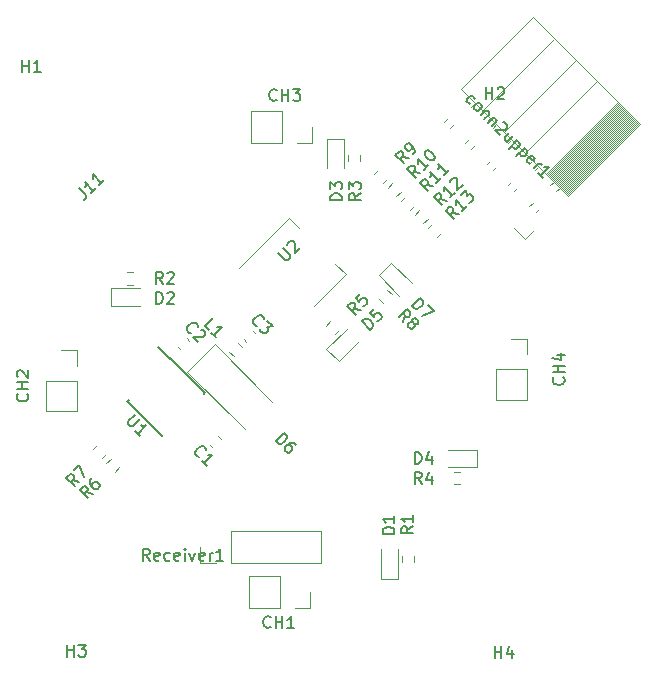
<source format=gbr>
%TF.GenerationSoftware,KiCad,Pcbnew,(5.1.8-0-10_14)*%
%TF.CreationDate,2021-02-16T17:48:47+08:00*%
%TF.ProjectId,batt_board,62617474-5f62-46f6-9172-642e6b696361,rev?*%
%TF.SameCoordinates,Original*%
%TF.FileFunction,Legend,Top*%
%TF.FilePolarity,Positive*%
%FSLAX46Y46*%
G04 Gerber Fmt 4.6, Leading zero omitted, Abs format (unit mm)*
G04 Created by KiCad (PCBNEW (5.1.8-0-10_14)) date 2021-02-16 17:48:47*
%MOMM*%
%LPD*%
G01*
G04 APERTURE LIST*
%ADD10C,0.120000*%
%ADD11C,0.150000*%
G04 APERTURE END LIST*
D10*
%TO.C,Receiver1*%
X114621000Y-102930000D02*
X114621000Y-101600000D01*
X115951000Y-102930000D02*
X114621000Y-102930000D01*
X117221000Y-102930000D02*
X117221000Y-100270000D01*
X117221000Y-100270000D02*
X124901000Y-100270000D01*
X117221000Y-102930000D02*
X124901000Y-102930000D01*
X124901000Y-102930000D02*
X124901000Y-100270000D01*
%TO.C,U2*%
X126951808Y-78530660D02*
X126060854Y-77639706D01*
X122129340Y-73708192D02*
X123020294Y-74599146D01*
X124293087Y-81189382D02*
X126951808Y-78530660D01*
X117879628Y-77957904D02*
X122129340Y-73708192D01*
D11*
%TO.C,U1*%
X112113553Y-85611953D02*
X112078198Y-85647309D01*
X115048047Y-88546447D02*
X114945516Y-88648977D01*
X111406447Y-92188047D02*
X111508977Y-92085516D01*
X108471953Y-89253553D02*
X108574484Y-89151023D01*
X112113553Y-85611953D02*
X115048047Y-88546447D01*
X108471953Y-89253553D02*
X111406447Y-92188047D01*
X112078198Y-85647309D02*
X111088249Y-84657359D01*
D10*
%TO.C,R13*%
X135042580Y-74992346D02*
X134682346Y-75352580D01*
X134303654Y-74253420D02*
X133943420Y-74613654D01*
%TO.C,R12*%
X132800420Y-73470654D02*
X133160654Y-73110420D01*
X133539346Y-74209580D02*
X133899580Y-73849346D01*
%TO.C,R11*%
X131657420Y-72327654D02*
X132017654Y-71967420D01*
X132396346Y-73066580D02*
X132756580Y-72706346D01*
%TO.C,R10*%
X130514420Y-71184654D02*
X130874654Y-70824420D01*
X131253346Y-71923580D02*
X131613580Y-71563346D01*
%TO.C,R9*%
X129371420Y-70041654D02*
X129731654Y-69681420D01*
X130110346Y-70780580D02*
X130470580Y-70420346D01*
%TO.C,R8*%
X130491346Y-79841420D02*
X130851580Y-80201654D01*
X129752420Y-80580346D02*
X130112654Y-80940580D01*
%TO.C,R7*%
X105558920Y-93346154D02*
X105919154Y-92985920D01*
X106297846Y-94085080D02*
X106658080Y-93724846D01*
%TO.C,R6*%
X107789299Y-94869565D02*
X107429065Y-95229799D01*
X107050373Y-94130639D02*
X106690139Y-94490873D01*
%TO.C,R5*%
X125307420Y-82868654D02*
X125667654Y-82508420D01*
X126046346Y-83607580D02*
X126406580Y-83247346D01*
%TO.C,R4*%
X136119776Y-95235500D02*
X136629224Y-95235500D01*
X136119776Y-96280500D02*
X136629224Y-96280500D01*
%TO.C,R3*%
X127112500Y-68961724D02*
X127112500Y-68452276D01*
X128157500Y-68961724D02*
X128157500Y-68452276D01*
%TO.C,R2*%
X108966724Y-79389500D02*
X108457276Y-79389500D01*
X108966724Y-78344500D02*
X108457276Y-78344500D01*
%TO.C,R1*%
X132729500Y-102361276D02*
X132729500Y-102870724D01*
X131684500Y-102361276D02*
X131684500Y-102870724D01*
%TO.C,L1*%
X117476154Y-85449080D02*
X117115920Y-85088846D01*
X118215080Y-84710154D02*
X117854846Y-84349920D01*
%TO.C,CH4*%
X139640000Y-86560000D02*
X142300000Y-86560000D01*
X139640000Y-86560000D02*
X139640000Y-89160000D01*
X139640000Y-89160000D02*
X142300000Y-89160000D01*
X142300000Y-86560000D02*
X142300000Y-89160000D01*
X142300000Y-83960000D02*
X142300000Y-85290000D01*
X140970000Y-83960000D02*
X142300000Y-83960000D01*
%TO.C,CH3*%
X121520000Y-64710000D02*
X121520000Y-67370000D01*
X121520000Y-64710000D02*
X118920000Y-64710000D01*
X118920000Y-64710000D02*
X118920000Y-67370000D01*
X121520000Y-67370000D02*
X118920000Y-67370000D01*
X124120000Y-67370000D02*
X122790000Y-67370000D01*
X124120000Y-66040000D02*
X124120000Y-67370000D01*
%TO.C,conn2upper1*%
X151772358Y-65711841D02*
X145670026Y-71814172D01*
X151688852Y-65628335D02*
X145586521Y-71730666D01*
X151605346Y-65544829D02*
X145503015Y-71647161D01*
X151521841Y-65461323D02*
X145419509Y-71563655D01*
X151438335Y-65377817D02*
X145336003Y-71480149D01*
X151354829Y-65294312D02*
X145252497Y-71396643D01*
X151271323Y-65210806D02*
X145168992Y-71313137D01*
X151187817Y-65127300D02*
X145085486Y-71229632D01*
X151104312Y-65043794D02*
X145001980Y-71146126D01*
X151020806Y-64960289D02*
X144918474Y-71062620D01*
X150937300Y-64876783D02*
X144834969Y-70979114D01*
X150853794Y-64793277D02*
X144751463Y-70895609D01*
X150770289Y-64709771D02*
X144667957Y-70812103D01*
X150686783Y-64626265D02*
X144584451Y-70728597D01*
X150603277Y-64542760D02*
X144500945Y-70645091D01*
X150519771Y-64459254D02*
X144417440Y-70561585D01*
X150436265Y-64375748D02*
X144333934Y-70478080D01*
X150352760Y-64292242D02*
X144250428Y-70394574D01*
X150269254Y-64208737D02*
X144166922Y-70311068D01*
X150185748Y-64125231D02*
X144083417Y-70227562D01*
X150102242Y-64041725D02*
X143999911Y-70144057D01*
X145068986Y-71213131D02*
X144779072Y-71503045D01*
X143294148Y-72987969D02*
X143025447Y-73256670D01*
X144559869Y-70704014D02*
X144269955Y-70993928D01*
X142785031Y-72478852D02*
X142516330Y-72747553D01*
X143272934Y-69417080D02*
X142983021Y-69706994D01*
X141498096Y-71191918D02*
X141186969Y-71503045D01*
X142763817Y-68907963D02*
X142473904Y-69197877D01*
X140988979Y-70682801D02*
X140677852Y-70993928D01*
X141476883Y-67621029D02*
X141186969Y-67910943D01*
X139702045Y-69395867D02*
X139390918Y-69706994D01*
X140967766Y-67111912D02*
X140677852Y-67401826D01*
X139192928Y-68886750D02*
X138881801Y-69197877D01*
X139680832Y-65824978D02*
X139390918Y-66114891D01*
X137905994Y-67599816D02*
X137594867Y-67910943D01*
X139171715Y-65315861D02*
X138881801Y-65605775D01*
X137396877Y-67090699D02*
X137085750Y-67401826D01*
X137884781Y-64028926D02*
X137594867Y-64318840D01*
X136109943Y-65803764D02*
X135798816Y-66114891D01*
X137375664Y-63519810D02*
X137085750Y-63809723D01*
X135600826Y-65294648D02*
X135289699Y-65605775D01*
X150018733Y-63958216D02*
X143916402Y-70060547D01*
X148222682Y-62162165D02*
X142120350Y-68264496D01*
X146426631Y-60366113D02*
X140324299Y-66468445D01*
X144630579Y-58570062D02*
X138528248Y-64672394D01*
X151857211Y-65796693D02*
X145754879Y-71899025D01*
X145754879Y-71899025D02*
X136689770Y-62833916D01*
X142792102Y-56731584D02*
X136689770Y-62833916D01*
X151857211Y-65796693D02*
X142792102Y-56731584D01*
X142141563Y-75512341D02*
X141201111Y-74571889D01*
X142926452Y-74727452D02*
X142141563Y-75512341D01*
%TO.C,CH2*%
X101540000Y-87530000D02*
X104200000Y-87530000D01*
X101540000Y-87530000D02*
X101540000Y-90130000D01*
X101540000Y-90130000D02*
X104200000Y-90130000D01*
X104200000Y-87530000D02*
X104200000Y-90130000D01*
X104200000Y-84930000D02*
X104200000Y-86260000D01*
X102870000Y-84930000D02*
X104200000Y-84930000D01*
%TO.C,CH1*%
X121350000Y-104080000D02*
X121350000Y-106740000D01*
X121350000Y-104080000D02*
X118750000Y-104080000D01*
X118750000Y-104080000D02*
X118750000Y-106740000D01*
X121350000Y-106740000D02*
X118750000Y-106740000D01*
X123950000Y-106740000D02*
X122620000Y-106740000D01*
X123950000Y-105410000D02*
X123950000Y-106740000D01*
%TO.C,D7*%
X132530409Y-79293962D02*
X130790926Y-77554479D01*
X130790926Y-77554479D02*
X129751479Y-78593926D01*
X129751479Y-78593926D02*
X131490962Y-80333409D01*
%TO.C,D6*%
X115847956Y-84431504D02*
X113514504Y-86764956D01*
X113514504Y-86764956D02*
X118393541Y-91643993D01*
X115847956Y-84431504D02*
X120726993Y-89310541D01*
%TO.C,D5*%
X127045962Y-83115591D02*
X125306479Y-84855074D01*
X125306479Y-84855074D02*
X126345926Y-85894521D01*
X126345926Y-85894521D02*
X128085409Y-84155038D01*
%TO.C,D4*%
X135574500Y-94842000D02*
X138034500Y-94842000D01*
X138034500Y-94842000D02*
X138034500Y-93372000D01*
X138034500Y-93372000D02*
X135574500Y-93372000D01*
%TO.C,D3*%
X126846000Y-69507000D02*
X126846000Y-67047000D01*
X126846000Y-67047000D02*
X125376000Y-67047000D01*
X125376000Y-67047000D02*
X125376000Y-69507000D01*
%TO.C,D2*%
X109512000Y-79710000D02*
X107052000Y-79710000D01*
X107052000Y-79710000D02*
X107052000Y-81180000D01*
X107052000Y-81180000D02*
X109512000Y-81180000D01*
%TO.C,D1*%
X129948000Y-101816000D02*
X129948000Y-104276000D01*
X129948000Y-104276000D02*
X131418000Y-104276000D01*
X131418000Y-104276000D02*
X131418000Y-101816000D01*
%TO.C,C3*%
X119065698Y-83292449D02*
X119272551Y-83499302D01*
X118344449Y-84013698D02*
X118551302Y-84220551D01*
%TO.C,C2*%
X113477698Y-83927449D02*
X113684551Y-84134302D01*
X112756449Y-84648698D02*
X112963302Y-84855551D01*
%TO.C,C1*%
X116183078Y-92220829D02*
X116389931Y-92427682D01*
X115461829Y-92942078D02*
X115668682Y-93148931D01*
%TO.C,J11*%
D11*
X104386855Y-71241694D02*
X104891931Y-71746770D01*
X104959274Y-71881457D01*
X104959274Y-72016144D01*
X104891931Y-72150831D01*
X104824587Y-72218175D01*
X105801068Y-71241694D02*
X105397007Y-71645755D01*
X105599038Y-71443725D02*
X104891931Y-70736618D01*
X104925603Y-70904977D01*
X104925603Y-71039664D01*
X104891931Y-71140679D01*
X106474503Y-70568259D02*
X106070442Y-70972320D01*
X106272473Y-70770290D02*
X105565366Y-70063183D01*
X105599038Y-70231542D01*
X105599038Y-70366229D01*
X105565366Y-70467244D01*
%TO.C,Receiver1*%
X110347476Y-102750880D02*
X110014142Y-102274690D01*
X109776047Y-102750880D02*
X109776047Y-101750880D01*
X110157000Y-101750880D01*
X110252238Y-101798500D01*
X110299857Y-101846119D01*
X110347476Y-101941357D01*
X110347476Y-102084214D01*
X110299857Y-102179452D01*
X110252238Y-102227071D01*
X110157000Y-102274690D01*
X109776047Y-102274690D01*
X111157000Y-102703261D02*
X111061761Y-102750880D01*
X110871285Y-102750880D01*
X110776047Y-102703261D01*
X110728428Y-102608023D01*
X110728428Y-102227071D01*
X110776047Y-102131833D01*
X110871285Y-102084214D01*
X111061761Y-102084214D01*
X111157000Y-102131833D01*
X111204619Y-102227071D01*
X111204619Y-102322309D01*
X110728428Y-102417547D01*
X112061761Y-102703261D02*
X111966523Y-102750880D01*
X111776047Y-102750880D01*
X111680809Y-102703261D01*
X111633190Y-102655642D01*
X111585571Y-102560404D01*
X111585571Y-102274690D01*
X111633190Y-102179452D01*
X111680809Y-102131833D01*
X111776047Y-102084214D01*
X111966523Y-102084214D01*
X112061761Y-102131833D01*
X112871285Y-102703261D02*
X112776047Y-102750880D01*
X112585571Y-102750880D01*
X112490333Y-102703261D01*
X112442714Y-102608023D01*
X112442714Y-102227071D01*
X112490333Y-102131833D01*
X112585571Y-102084214D01*
X112776047Y-102084214D01*
X112871285Y-102131833D01*
X112918904Y-102227071D01*
X112918904Y-102322309D01*
X112442714Y-102417547D01*
X113347476Y-102750880D02*
X113347476Y-102084214D01*
X113347476Y-101750880D02*
X113299857Y-101798500D01*
X113347476Y-101846119D01*
X113395095Y-101798500D01*
X113347476Y-101750880D01*
X113347476Y-101846119D01*
X113728428Y-102084214D02*
X113966523Y-102750880D01*
X114204619Y-102084214D01*
X114966523Y-102703261D02*
X114871285Y-102750880D01*
X114680809Y-102750880D01*
X114585571Y-102703261D01*
X114537952Y-102608023D01*
X114537952Y-102227071D01*
X114585571Y-102131833D01*
X114680809Y-102084214D01*
X114871285Y-102084214D01*
X114966523Y-102131833D01*
X115014142Y-102227071D01*
X115014142Y-102322309D01*
X114537952Y-102417547D01*
X115442714Y-102750880D02*
X115442714Y-102084214D01*
X115442714Y-102274690D02*
X115490333Y-102179452D01*
X115537952Y-102131833D01*
X115633190Y-102084214D01*
X115728428Y-102084214D01*
X116585571Y-102750880D02*
X116014142Y-102750880D01*
X116299857Y-102750880D02*
X116299857Y-101750880D01*
X116204619Y-101893738D01*
X116109380Y-101988976D01*
X116014142Y-102036595D01*
%TO.C,U2*%
X121248026Y-76707122D02*
X121820446Y-77279542D01*
X121921461Y-77313214D01*
X121988805Y-77313214D01*
X122089820Y-77279542D01*
X122224507Y-77144855D01*
X122258179Y-77043840D01*
X122258179Y-76976496D01*
X122224507Y-76875481D01*
X121652087Y-76303061D01*
X122022477Y-76067359D02*
X122022477Y-76000016D01*
X122056148Y-75899000D01*
X122224507Y-75730642D01*
X122325522Y-75696970D01*
X122392866Y-75696970D01*
X122493881Y-75730642D01*
X122561225Y-75797985D01*
X122628568Y-75932672D01*
X122628568Y-76740794D01*
X123066301Y-76303061D01*
%TO.C,U1*%
X109131977Y-90387026D02*
X108559557Y-90959446D01*
X108525885Y-91060461D01*
X108525885Y-91127805D01*
X108559557Y-91228820D01*
X108694244Y-91363507D01*
X108795259Y-91397179D01*
X108862603Y-91397179D01*
X108963618Y-91363507D01*
X109536038Y-90791087D01*
X109536038Y-92205301D02*
X109131977Y-91801240D01*
X109334007Y-92003270D02*
X110041114Y-91296164D01*
X109872755Y-91329835D01*
X109738068Y-91329835D01*
X109637053Y-91296164D01*
%TO.C,R13*%
X136517312Y-73418450D02*
X135944893Y-73317435D01*
X136113251Y-73822511D02*
X135406145Y-73115404D01*
X135675519Y-72846030D01*
X135776534Y-72812358D01*
X135843877Y-72812358D01*
X135944893Y-72846030D01*
X136045908Y-72947045D01*
X136079580Y-73048061D01*
X136079580Y-73115404D01*
X136045908Y-73216419D01*
X135776534Y-73485793D01*
X137190748Y-72745015D02*
X136786687Y-73149076D01*
X136988717Y-72947045D02*
X136281610Y-72239938D01*
X136315282Y-72408297D01*
X136315282Y-72542984D01*
X136281610Y-72644000D01*
X136719343Y-71802206D02*
X137157076Y-71364473D01*
X137190748Y-71869549D01*
X137291763Y-71768534D01*
X137392778Y-71734862D01*
X137460122Y-71734862D01*
X137561137Y-71768534D01*
X137729496Y-71936893D01*
X137763167Y-72037908D01*
X137763167Y-72105251D01*
X137729496Y-72206267D01*
X137527465Y-72408297D01*
X137426450Y-72441969D01*
X137359106Y-72441969D01*
%TO.C,R12*%
X135501313Y-72275450D02*
X134928894Y-72174435D01*
X135097252Y-72679511D02*
X134390146Y-71972404D01*
X134659520Y-71703030D01*
X134760535Y-71669358D01*
X134827878Y-71669358D01*
X134928894Y-71703030D01*
X135029909Y-71804045D01*
X135063581Y-71905061D01*
X135063581Y-71972404D01*
X135029909Y-72073419D01*
X134760535Y-72342793D01*
X136174749Y-71602015D02*
X135770688Y-72006076D01*
X135972718Y-71804045D02*
X135265611Y-71096938D01*
X135299283Y-71265297D01*
X135299283Y-71399984D01*
X135265611Y-71501000D01*
X135804359Y-70692877D02*
X135804359Y-70625534D01*
X135838031Y-70524519D01*
X136006390Y-70356160D01*
X136107405Y-70322488D01*
X136174749Y-70322488D01*
X136275764Y-70356160D01*
X136343107Y-70423503D01*
X136410451Y-70558190D01*
X136410451Y-71366312D01*
X136848184Y-70928580D01*
%TO.C,R11*%
X134358312Y-71068950D02*
X133785893Y-70967935D01*
X133954251Y-71473011D02*
X133247145Y-70765904D01*
X133516519Y-70496530D01*
X133617534Y-70462858D01*
X133684877Y-70462858D01*
X133785893Y-70496530D01*
X133886908Y-70597545D01*
X133920580Y-70698561D01*
X133920580Y-70765904D01*
X133886908Y-70866919D01*
X133617534Y-71136293D01*
X135031748Y-70395515D02*
X134627687Y-70799576D01*
X134829717Y-70597545D02*
X134122610Y-69890438D01*
X134156282Y-70058797D01*
X134156282Y-70193484D01*
X134122610Y-70294500D01*
X135705183Y-69722080D02*
X135301122Y-70126141D01*
X135503152Y-69924110D02*
X134796045Y-69217003D01*
X134829717Y-69385362D01*
X134829717Y-69520049D01*
X134796045Y-69621064D01*
%TO.C,R10*%
X133278812Y-69925950D02*
X132706393Y-69824935D01*
X132874751Y-70330011D02*
X132167645Y-69622904D01*
X132437019Y-69353530D01*
X132538034Y-69319858D01*
X132605377Y-69319858D01*
X132706393Y-69353530D01*
X132807408Y-69454545D01*
X132841080Y-69555561D01*
X132841080Y-69622904D01*
X132807408Y-69723919D01*
X132538034Y-69993293D01*
X133952248Y-69252515D02*
X133548187Y-69656576D01*
X133750217Y-69454545D02*
X133043110Y-68747438D01*
X133076782Y-68915797D01*
X133076782Y-69050484D01*
X133043110Y-69151500D01*
X133682874Y-68107675D02*
X133750217Y-68040332D01*
X133851232Y-68006660D01*
X133918576Y-68006660D01*
X134019591Y-68040332D01*
X134187950Y-68141347D01*
X134356309Y-68309706D01*
X134457324Y-68478064D01*
X134490996Y-68579080D01*
X134490996Y-68646423D01*
X134457324Y-68747438D01*
X134389980Y-68814782D01*
X134288965Y-68848454D01*
X134221622Y-68848454D01*
X134120606Y-68814782D01*
X133952248Y-68713767D01*
X133783889Y-68545408D01*
X133682874Y-68377049D01*
X133649202Y-68276034D01*
X133649202Y-68208690D01*
X133682874Y-68107675D01*
%TO.C,R9*%
X132282030Y-68700232D02*
X131709610Y-68599217D01*
X131877969Y-69104293D02*
X131170862Y-68397187D01*
X131440236Y-68127812D01*
X131541251Y-68094141D01*
X131608595Y-68094141D01*
X131709610Y-68127812D01*
X131810625Y-68228828D01*
X131844297Y-68329843D01*
X131844297Y-68397187D01*
X131810625Y-68498202D01*
X131541251Y-68767576D01*
X132618748Y-68363515D02*
X132753435Y-68228828D01*
X132787106Y-68127812D01*
X132787106Y-68060469D01*
X132753435Y-67892110D01*
X132652419Y-67723751D01*
X132383045Y-67454377D01*
X132282030Y-67420706D01*
X132214687Y-67420706D01*
X132113671Y-67454377D01*
X131978984Y-67589064D01*
X131945312Y-67690080D01*
X131945312Y-67757423D01*
X131978984Y-67858438D01*
X132147343Y-68026797D01*
X132248358Y-68060469D01*
X132315702Y-68060469D01*
X132416717Y-68026797D01*
X132551404Y-67892110D01*
X132585076Y-67791095D01*
X132585076Y-67723751D01*
X132551404Y-67622736D01*
%TO.C,R8*%
X131832767Y-82561530D02*
X131933782Y-81989110D01*
X131428706Y-82157469D02*
X132135812Y-81450362D01*
X132405187Y-81719736D01*
X132438858Y-81820751D01*
X132438858Y-81888095D01*
X132405187Y-81989110D01*
X132304171Y-82090125D01*
X132203156Y-82123797D01*
X132135812Y-82123797D01*
X132034797Y-82090125D01*
X131765423Y-81820751D01*
X132640889Y-82561530D02*
X132607217Y-82460515D01*
X132607217Y-82393171D01*
X132640889Y-82292156D01*
X132674561Y-82258484D01*
X132775576Y-82224812D01*
X132842919Y-82224812D01*
X132943935Y-82258484D01*
X133078622Y-82393171D01*
X133112293Y-82494187D01*
X133112293Y-82561530D01*
X133078622Y-82662545D01*
X133044950Y-82696217D01*
X132943935Y-82729889D01*
X132876591Y-82729889D01*
X132775576Y-82696217D01*
X132640889Y-82561530D01*
X132539874Y-82527858D01*
X132472530Y-82527858D01*
X132371515Y-82561530D01*
X132236828Y-82696217D01*
X132203156Y-82797232D01*
X132203156Y-82864576D01*
X132236828Y-82965591D01*
X132371515Y-83100278D01*
X132472530Y-83133950D01*
X132539874Y-83133950D01*
X132640889Y-83100278D01*
X132775576Y-82965591D01*
X132809248Y-82864576D01*
X132809248Y-82797232D01*
X132775576Y-82696217D01*
%TO.C,R7*%
X104405530Y-96068732D02*
X103833110Y-95967717D01*
X104001469Y-96472793D02*
X103294362Y-95765687D01*
X103563736Y-95496312D01*
X103664751Y-95462641D01*
X103732095Y-95462641D01*
X103833110Y-95496312D01*
X103934125Y-95597328D01*
X103967797Y-95698343D01*
X103967797Y-95765687D01*
X103934125Y-95866702D01*
X103664751Y-96136076D01*
X103934125Y-95125923D02*
X104405530Y-94654519D01*
X104809591Y-95664671D01*
%TO.C,R6*%
X105548530Y-97084732D02*
X104976110Y-96983717D01*
X105144469Y-97488793D02*
X104437362Y-96781687D01*
X104706736Y-96512312D01*
X104807751Y-96478641D01*
X104875095Y-96478641D01*
X104976110Y-96512312D01*
X105077125Y-96613328D01*
X105110797Y-96714343D01*
X105110797Y-96781687D01*
X105077125Y-96882702D01*
X104807751Y-97152076D01*
X105447515Y-95771534D02*
X105312828Y-95906221D01*
X105279156Y-96007236D01*
X105279156Y-96074580D01*
X105312828Y-96242938D01*
X105413843Y-96411297D01*
X105683217Y-96680671D01*
X105784232Y-96714343D01*
X105851576Y-96714343D01*
X105952591Y-96680671D01*
X106087278Y-96545984D01*
X106120950Y-96444969D01*
X106120950Y-96377625D01*
X106087278Y-96276610D01*
X105918919Y-96108251D01*
X105817904Y-96074580D01*
X105750561Y-96074580D01*
X105649545Y-96108251D01*
X105514858Y-96242938D01*
X105481187Y-96343954D01*
X105481187Y-96411297D01*
X105514858Y-96512312D01*
%TO.C,R5*%
X128218030Y-81527232D02*
X127645610Y-81426217D01*
X127813969Y-81931293D02*
X127106862Y-81224187D01*
X127376236Y-80954812D01*
X127477251Y-80921141D01*
X127544595Y-80921141D01*
X127645610Y-80954812D01*
X127746625Y-81055828D01*
X127780297Y-81156843D01*
X127780297Y-81224187D01*
X127746625Y-81325202D01*
X127477251Y-81594576D01*
X128150687Y-80180362D02*
X127813969Y-80517080D01*
X128117015Y-80887469D01*
X128117015Y-80820125D01*
X128150687Y-80719110D01*
X128319045Y-80550751D01*
X128420061Y-80517080D01*
X128487404Y-80517080D01*
X128588419Y-80550751D01*
X128756778Y-80719110D01*
X128790450Y-80820125D01*
X128790450Y-80887469D01*
X128756778Y-80988484D01*
X128588419Y-81156843D01*
X128487404Y-81190515D01*
X128420061Y-81190515D01*
%TO.C,R4*%
X133373833Y-96273880D02*
X133040500Y-95797690D01*
X132802404Y-96273880D02*
X132802404Y-95273880D01*
X133183357Y-95273880D01*
X133278595Y-95321500D01*
X133326214Y-95369119D01*
X133373833Y-95464357D01*
X133373833Y-95607214D01*
X133326214Y-95702452D01*
X133278595Y-95750071D01*
X133183357Y-95797690D01*
X132802404Y-95797690D01*
X134230976Y-95607214D02*
X134230976Y-96273880D01*
X133992880Y-95226261D02*
X133754785Y-95940547D01*
X134373833Y-95940547D01*
%TO.C,R3*%
X128214380Y-71667666D02*
X127738190Y-72001000D01*
X128214380Y-72239095D02*
X127214380Y-72239095D01*
X127214380Y-71858142D01*
X127262000Y-71762904D01*
X127309619Y-71715285D01*
X127404857Y-71667666D01*
X127547714Y-71667666D01*
X127642952Y-71715285D01*
X127690571Y-71762904D01*
X127738190Y-71858142D01*
X127738190Y-72239095D01*
X127214380Y-71334333D02*
X127214380Y-70715285D01*
X127595333Y-71048619D01*
X127595333Y-70905761D01*
X127642952Y-70810523D01*
X127690571Y-70762904D01*
X127785809Y-70715285D01*
X128023904Y-70715285D01*
X128119142Y-70762904D01*
X128166761Y-70810523D01*
X128214380Y-70905761D01*
X128214380Y-71191476D01*
X128166761Y-71286714D01*
X128119142Y-71334333D01*
%TO.C,R2*%
X111466333Y-79319380D02*
X111133000Y-78843190D01*
X110894904Y-79319380D02*
X110894904Y-78319380D01*
X111275857Y-78319380D01*
X111371095Y-78367000D01*
X111418714Y-78414619D01*
X111466333Y-78509857D01*
X111466333Y-78652714D01*
X111418714Y-78747952D01*
X111371095Y-78795571D01*
X111275857Y-78843190D01*
X110894904Y-78843190D01*
X111847285Y-78414619D02*
X111894904Y-78367000D01*
X111990142Y-78319380D01*
X112228238Y-78319380D01*
X112323476Y-78367000D01*
X112371095Y-78414619D01*
X112418714Y-78509857D01*
X112418714Y-78605095D01*
X112371095Y-78747952D01*
X111799666Y-79319380D01*
X112418714Y-79319380D01*
%TO.C,R1*%
X132659380Y-99861666D02*
X132183190Y-100195000D01*
X132659380Y-100433095D02*
X131659380Y-100433095D01*
X131659380Y-100052142D01*
X131707000Y-99956904D01*
X131754619Y-99909285D01*
X131849857Y-99861666D01*
X131992714Y-99861666D01*
X132087952Y-99909285D01*
X132135571Y-99956904D01*
X132183190Y-100052142D01*
X132183190Y-100433095D01*
X132659380Y-98909285D02*
X132659380Y-99480714D01*
X132659380Y-99195000D02*
X131659380Y-99195000D01*
X131802238Y-99290238D01*
X131897476Y-99385476D01*
X131945095Y-99480714D01*
%TO.C,L1*%
X115386267Y-83260030D02*
X115049549Y-82923312D01*
X115756656Y-82216206D01*
X115992358Y-83866122D02*
X115588297Y-83462061D01*
X115790328Y-83664091D02*
X116497435Y-82956984D01*
X116329076Y-82990656D01*
X116194389Y-82990656D01*
X116093374Y-82956984D01*
%TO.C,CH4*%
X145391142Y-87240976D02*
X145438761Y-87288595D01*
X145486380Y-87431452D01*
X145486380Y-87526690D01*
X145438761Y-87669547D01*
X145343523Y-87764785D01*
X145248285Y-87812404D01*
X145057809Y-87860023D01*
X144914952Y-87860023D01*
X144724476Y-87812404D01*
X144629238Y-87764785D01*
X144534000Y-87669547D01*
X144486380Y-87526690D01*
X144486380Y-87431452D01*
X144534000Y-87288595D01*
X144581619Y-87240976D01*
X145486380Y-86812404D02*
X144486380Y-86812404D01*
X144962571Y-86812404D02*
X144962571Y-86240976D01*
X145486380Y-86240976D02*
X144486380Y-86240976D01*
X144819714Y-85336214D02*
X145486380Y-85336214D01*
X144438761Y-85574309D02*
X145153047Y-85812404D01*
X145153047Y-85193357D01*
%TO.C,CH3*%
X121102523Y-63730142D02*
X121054904Y-63777761D01*
X120912047Y-63825380D01*
X120816809Y-63825380D01*
X120673952Y-63777761D01*
X120578714Y-63682523D01*
X120531095Y-63587285D01*
X120483476Y-63396809D01*
X120483476Y-63253952D01*
X120531095Y-63063476D01*
X120578714Y-62968238D01*
X120673952Y-62873000D01*
X120816809Y-62825380D01*
X120912047Y-62825380D01*
X121054904Y-62873000D01*
X121102523Y-62920619D01*
X121531095Y-63825380D02*
X121531095Y-62825380D01*
X121531095Y-63301571D02*
X122102523Y-63301571D01*
X122102523Y-63825380D02*
X122102523Y-62825380D01*
X122483476Y-62825380D02*
X123102523Y-62825380D01*
X122769190Y-63206333D01*
X122912047Y-63206333D01*
X123007285Y-63253952D01*
X123054904Y-63301571D01*
X123102523Y-63396809D01*
X123102523Y-63634904D01*
X123054904Y-63730142D01*
X123007285Y-63777761D01*
X122912047Y-63825380D01*
X122626333Y-63825380D01*
X122531095Y-63777761D01*
X122483476Y-63730142D01*
%TO.C,conn2upper1*%
X137483511Y-64078431D02*
X137382496Y-64044759D01*
X137247809Y-63910072D01*
X137214137Y-63809057D01*
X137214137Y-63741714D01*
X137247809Y-63640698D01*
X137449840Y-63438668D01*
X137550855Y-63404996D01*
X137618198Y-63404996D01*
X137719214Y-63438668D01*
X137853901Y-63573355D01*
X137887572Y-63674370D01*
X137853901Y-64516164D02*
X137820229Y-64415149D01*
X137820229Y-64347805D01*
X137853901Y-64246790D01*
X138055931Y-64044759D01*
X138156946Y-64011088D01*
X138224290Y-64011088D01*
X138325305Y-64044759D01*
X138426320Y-64145775D01*
X138459992Y-64246790D01*
X138459992Y-64314133D01*
X138426320Y-64415149D01*
X138224290Y-64617179D01*
X138123275Y-64650851D01*
X138055931Y-64650851D01*
X137954916Y-64617179D01*
X137853901Y-64516164D01*
X138864053Y-64583507D02*
X138392649Y-65054912D01*
X138796710Y-64650851D02*
X138864053Y-64650851D01*
X138965068Y-64684523D01*
X139066084Y-64785538D01*
X139099755Y-64886553D01*
X139066084Y-64987568D01*
X138695694Y-65357958D01*
X139503816Y-65223271D02*
X139032412Y-65694675D01*
X139436473Y-65290614D02*
X139503816Y-65290614D01*
X139604832Y-65324286D01*
X139705847Y-65425301D01*
X139739519Y-65526316D01*
X139705847Y-65627332D01*
X139335458Y-65997721D01*
X140278267Y-65661003D02*
X140345610Y-65661003D01*
X140446625Y-65694675D01*
X140614984Y-65863034D01*
X140648656Y-65964049D01*
X140648656Y-66031393D01*
X140614984Y-66132408D01*
X140547641Y-66199751D01*
X140412954Y-66267095D01*
X139604832Y-66267095D01*
X140042564Y-66704828D01*
X141120061Y-66839515D02*
X140648656Y-67310919D01*
X140817015Y-66536469D02*
X140446625Y-66906858D01*
X140412954Y-67007874D01*
X140446625Y-67108889D01*
X140547641Y-67209904D01*
X140648656Y-67243576D01*
X140715999Y-67243576D01*
X141456778Y-67176232D02*
X140749671Y-67883339D01*
X141423106Y-67209904D02*
X141524122Y-67243576D01*
X141658809Y-67378263D01*
X141692480Y-67479278D01*
X141692480Y-67546622D01*
X141658809Y-67647637D01*
X141456778Y-67849667D01*
X141355763Y-67883339D01*
X141288419Y-67883339D01*
X141187404Y-67849667D01*
X141052717Y-67714980D01*
X141019045Y-67613965D01*
X142096541Y-67815996D02*
X141389435Y-68523102D01*
X142062870Y-67849667D02*
X142163885Y-67883339D01*
X142298572Y-68018026D01*
X142332244Y-68119041D01*
X142332244Y-68186385D01*
X142298572Y-68287400D01*
X142096541Y-68489431D01*
X141995526Y-68523102D01*
X141928183Y-68523102D01*
X141827167Y-68489431D01*
X141692480Y-68354744D01*
X141658809Y-68253728D01*
X142567946Y-69162866D02*
X142466931Y-69129194D01*
X142332244Y-68994507D01*
X142298572Y-68893492D01*
X142332244Y-68792476D01*
X142601618Y-68523102D01*
X142702633Y-68489431D01*
X142803648Y-68523102D01*
X142938335Y-68657789D01*
X142972007Y-68758805D01*
X142938335Y-68859820D01*
X142870992Y-68927163D01*
X142466931Y-68657789D01*
X142870992Y-69533255D02*
X143342396Y-69061850D01*
X143207709Y-69196537D02*
X143308724Y-69162866D01*
X143376068Y-69162866D01*
X143477083Y-69196537D01*
X143544427Y-69263881D01*
X143679114Y-70341377D02*
X143275053Y-69937316D01*
X143477083Y-70139346D02*
X144184190Y-69432240D01*
X144015831Y-69465911D01*
X143881144Y-69465911D01*
X143780129Y-69432240D01*
%TO.C,CH2*%
X99988642Y-88637976D02*
X100036261Y-88685595D01*
X100083880Y-88828452D01*
X100083880Y-88923690D01*
X100036261Y-89066547D01*
X99941023Y-89161785D01*
X99845785Y-89209404D01*
X99655309Y-89257023D01*
X99512452Y-89257023D01*
X99321976Y-89209404D01*
X99226738Y-89161785D01*
X99131500Y-89066547D01*
X99083880Y-88923690D01*
X99083880Y-88828452D01*
X99131500Y-88685595D01*
X99179119Y-88637976D01*
X100083880Y-88209404D02*
X99083880Y-88209404D01*
X99560071Y-88209404D02*
X99560071Y-87637976D01*
X100083880Y-87637976D02*
X99083880Y-87637976D01*
X99179119Y-87209404D02*
X99131500Y-87161785D01*
X99083880Y-87066547D01*
X99083880Y-86828452D01*
X99131500Y-86733214D01*
X99179119Y-86685595D01*
X99274357Y-86637976D01*
X99369595Y-86637976D01*
X99512452Y-86685595D01*
X100083880Y-87257023D01*
X100083880Y-86637976D01*
%TO.C,CH1*%
X120594523Y-108370642D02*
X120546904Y-108418261D01*
X120404047Y-108465880D01*
X120308809Y-108465880D01*
X120165952Y-108418261D01*
X120070714Y-108323023D01*
X120023095Y-108227785D01*
X119975476Y-108037309D01*
X119975476Y-107894452D01*
X120023095Y-107703976D01*
X120070714Y-107608738D01*
X120165952Y-107513500D01*
X120308809Y-107465880D01*
X120404047Y-107465880D01*
X120546904Y-107513500D01*
X120594523Y-107561119D01*
X121023095Y-108465880D02*
X121023095Y-107465880D01*
X121023095Y-107942071D02*
X121594523Y-107942071D01*
X121594523Y-108465880D02*
X121594523Y-107465880D01*
X122594523Y-108465880D02*
X122023095Y-108465880D01*
X122308809Y-108465880D02*
X122308809Y-107465880D01*
X122213571Y-107608738D01*
X122118333Y-107703976D01*
X122023095Y-107751595D01*
%TO.C,H4*%
X139573095Y-111005880D02*
X139573095Y-110005880D01*
X139573095Y-110482071D02*
X140144523Y-110482071D01*
X140144523Y-111005880D02*
X140144523Y-110005880D01*
X141049285Y-110339214D02*
X141049285Y-111005880D01*
X140811190Y-109958261D02*
X140573095Y-110672547D01*
X141192142Y-110672547D01*
%TO.C,H3*%
X103378095Y-110878880D02*
X103378095Y-109878880D01*
X103378095Y-110355071D02*
X103949523Y-110355071D01*
X103949523Y-110878880D02*
X103949523Y-109878880D01*
X104330476Y-109878880D02*
X104949523Y-109878880D01*
X104616190Y-110259833D01*
X104759047Y-110259833D01*
X104854285Y-110307452D01*
X104901904Y-110355071D01*
X104949523Y-110450309D01*
X104949523Y-110688404D01*
X104901904Y-110783642D01*
X104854285Y-110831261D01*
X104759047Y-110878880D01*
X104473333Y-110878880D01*
X104378095Y-110831261D01*
X104330476Y-110783642D01*
%TO.C,H2*%
X138811095Y-63698380D02*
X138811095Y-62698380D01*
X138811095Y-63174571D02*
X139382523Y-63174571D01*
X139382523Y-63698380D02*
X139382523Y-62698380D01*
X139811095Y-62793619D02*
X139858714Y-62746000D01*
X139953952Y-62698380D01*
X140192047Y-62698380D01*
X140287285Y-62746000D01*
X140334904Y-62793619D01*
X140382523Y-62888857D01*
X140382523Y-62984095D01*
X140334904Y-63126952D01*
X139763476Y-63698380D01*
X140382523Y-63698380D01*
%TO.C,H1*%
X99568095Y-61372380D02*
X99568095Y-60372380D01*
X99568095Y-60848571D02*
X100139523Y-60848571D01*
X100139523Y-61372380D02*
X100139523Y-60372380D01*
X101139523Y-61372380D02*
X100568095Y-61372380D01*
X100853809Y-61372380D02*
X100853809Y-60372380D01*
X100758571Y-60515238D01*
X100663333Y-60610476D01*
X100568095Y-60658095D01*
%TO.C,D7*%
X132571706Y-81204969D02*
X133278812Y-80497862D01*
X133447171Y-80666221D01*
X133514515Y-80800908D01*
X133514515Y-80935595D01*
X133480843Y-81036610D01*
X133379828Y-81204969D01*
X133278812Y-81305984D01*
X133110454Y-81407000D01*
X133009438Y-81440671D01*
X132874751Y-81440671D01*
X132740064Y-81373328D01*
X132571706Y-81204969D01*
X133918576Y-81137625D02*
X134389980Y-81609030D01*
X133379828Y-82013091D01*
%TO.C,D6*%
X121014706Y-92634969D02*
X121721812Y-91927862D01*
X121890171Y-92096221D01*
X121957515Y-92230908D01*
X121957515Y-92365595D01*
X121923843Y-92466610D01*
X121822828Y-92634969D01*
X121721812Y-92735984D01*
X121553454Y-92837000D01*
X121452438Y-92870671D01*
X121317751Y-92870671D01*
X121183064Y-92803328D01*
X121014706Y-92634969D01*
X122731965Y-92938015D02*
X122597278Y-92803328D01*
X122496263Y-92769656D01*
X122428919Y-92769656D01*
X122260561Y-92803328D01*
X122092202Y-92904343D01*
X121822828Y-93173717D01*
X121789156Y-93274732D01*
X121789156Y-93342076D01*
X121822828Y-93443091D01*
X121957515Y-93577778D01*
X122058530Y-93611450D01*
X122125874Y-93611450D01*
X122226889Y-93577778D01*
X122395248Y-93409419D01*
X122428919Y-93308404D01*
X122428919Y-93241061D01*
X122395248Y-93140045D01*
X122260561Y-93005358D01*
X122159545Y-92971687D01*
X122092202Y-92971687D01*
X121991187Y-93005358D01*
%TO.C,D5*%
X129020469Y-83201293D02*
X128313362Y-82494187D01*
X128481721Y-82325828D01*
X128616408Y-82258484D01*
X128751095Y-82258484D01*
X128852110Y-82292156D01*
X129020469Y-82393171D01*
X129121484Y-82494187D01*
X129222500Y-82662545D01*
X129256171Y-82763561D01*
X129256171Y-82898248D01*
X129188828Y-83032935D01*
X129020469Y-83201293D01*
X129357187Y-81450362D02*
X129020469Y-81787080D01*
X129323515Y-82157469D01*
X129323515Y-82090125D01*
X129357187Y-81989110D01*
X129525545Y-81820751D01*
X129626561Y-81787080D01*
X129693904Y-81787080D01*
X129794919Y-81820751D01*
X129963278Y-81989110D01*
X129996950Y-82090125D01*
X129996950Y-82157469D01*
X129963278Y-82258484D01*
X129794919Y-82426843D01*
X129693904Y-82460515D01*
X129626561Y-82460515D01*
%TO.C,D4*%
X132802404Y-94559380D02*
X132802404Y-93559380D01*
X133040500Y-93559380D01*
X133183357Y-93607000D01*
X133278595Y-93702238D01*
X133326214Y-93797476D01*
X133373833Y-93987952D01*
X133373833Y-94130809D01*
X133326214Y-94321285D01*
X133278595Y-94416523D01*
X133183357Y-94511761D01*
X133040500Y-94559380D01*
X132802404Y-94559380D01*
X134230976Y-93892714D02*
X134230976Y-94559380D01*
X133992880Y-93511761D02*
X133754785Y-94226047D01*
X134373833Y-94226047D01*
%TO.C,D3*%
X126626880Y-72239095D02*
X125626880Y-72239095D01*
X125626880Y-72001000D01*
X125674500Y-71858142D01*
X125769738Y-71762904D01*
X125864976Y-71715285D01*
X126055452Y-71667666D01*
X126198309Y-71667666D01*
X126388785Y-71715285D01*
X126484023Y-71762904D01*
X126579261Y-71858142D01*
X126626880Y-72001000D01*
X126626880Y-72239095D01*
X125626880Y-71334333D02*
X125626880Y-70715285D01*
X126007833Y-71048619D01*
X126007833Y-70905761D01*
X126055452Y-70810523D01*
X126103071Y-70762904D01*
X126198309Y-70715285D01*
X126436404Y-70715285D01*
X126531642Y-70762904D01*
X126579261Y-70810523D01*
X126626880Y-70905761D01*
X126626880Y-71191476D01*
X126579261Y-71286714D01*
X126531642Y-71334333D01*
%TO.C,D2*%
X110894904Y-81033880D02*
X110894904Y-80033880D01*
X111133000Y-80033880D01*
X111275857Y-80081500D01*
X111371095Y-80176738D01*
X111418714Y-80271976D01*
X111466333Y-80462452D01*
X111466333Y-80605309D01*
X111418714Y-80795785D01*
X111371095Y-80891023D01*
X111275857Y-80986261D01*
X111133000Y-81033880D01*
X110894904Y-81033880D01*
X111847285Y-80129119D02*
X111894904Y-80081500D01*
X111990142Y-80033880D01*
X112228238Y-80033880D01*
X112323476Y-80081500D01*
X112371095Y-80129119D01*
X112418714Y-80224357D01*
X112418714Y-80319595D01*
X112371095Y-80462452D01*
X111799666Y-81033880D01*
X112418714Y-81033880D01*
%TO.C,D1*%
X131071880Y-100496595D02*
X130071880Y-100496595D01*
X130071880Y-100258500D01*
X130119500Y-100115642D01*
X130214738Y-100020404D01*
X130309976Y-99972785D01*
X130500452Y-99925166D01*
X130643309Y-99925166D01*
X130833785Y-99972785D01*
X130929023Y-100020404D01*
X131024261Y-100115642D01*
X131071880Y-100258500D01*
X131071880Y-100496595D01*
X131071880Y-98972785D02*
X131071880Y-99544214D01*
X131071880Y-99258500D02*
X130071880Y-99258500D01*
X130214738Y-99353738D01*
X130309976Y-99448976D01*
X130357595Y-99544214D01*
%TO.C,C3*%
X119449273Y-82880024D02*
X119381930Y-82880024D01*
X119247243Y-82812680D01*
X119179899Y-82745337D01*
X119112556Y-82610649D01*
X119112556Y-82475962D01*
X119146227Y-82374947D01*
X119247243Y-82206588D01*
X119348258Y-82105573D01*
X119516617Y-82004558D01*
X119617632Y-81970886D01*
X119752319Y-81970886D01*
X119887006Y-82038230D01*
X119954350Y-82105573D01*
X120021693Y-82240260D01*
X120021693Y-82307604D01*
X120324739Y-82475962D02*
X120762472Y-82913695D01*
X120257395Y-82947367D01*
X120358411Y-83048382D01*
X120392082Y-83149398D01*
X120392082Y-83216741D01*
X120358411Y-83317756D01*
X120190052Y-83486115D01*
X120089037Y-83519787D01*
X120021693Y-83519787D01*
X119920678Y-83486115D01*
X119718647Y-83284085D01*
X119684975Y-83183069D01*
X119684975Y-83115726D01*
%TO.C,C2*%
X113861273Y-83515024D02*
X113793930Y-83515024D01*
X113659243Y-83447680D01*
X113591899Y-83380337D01*
X113524556Y-83245649D01*
X113524556Y-83110962D01*
X113558227Y-83009947D01*
X113659243Y-82841588D01*
X113760258Y-82740573D01*
X113928617Y-82639558D01*
X114029632Y-82605886D01*
X114164319Y-82605886D01*
X114299006Y-82673230D01*
X114366350Y-82740573D01*
X114433693Y-82875260D01*
X114433693Y-82942604D01*
X114703067Y-83211978D02*
X114770411Y-83211978D01*
X114871426Y-83245649D01*
X115039785Y-83414008D01*
X115073456Y-83515024D01*
X115073456Y-83582367D01*
X115039785Y-83683382D01*
X114972441Y-83750726D01*
X114837754Y-83818069D01*
X114029632Y-83818069D01*
X114467365Y-84255802D01*
%TO.C,C1*%
X114564610Y-93987688D02*
X114497267Y-93987688D01*
X114362580Y-93920344D01*
X114295236Y-93853001D01*
X114227893Y-93718313D01*
X114227893Y-93583626D01*
X114261564Y-93482611D01*
X114362580Y-93314252D01*
X114463595Y-93213237D01*
X114631954Y-93112222D01*
X114732969Y-93078550D01*
X114867656Y-93078550D01*
X115002343Y-93145894D01*
X115069687Y-93213237D01*
X115137030Y-93347924D01*
X115137030Y-93415268D01*
X115170702Y-94728466D02*
X114766641Y-94324405D01*
X114968671Y-94526436D02*
X115675778Y-93819329D01*
X115507419Y-93853001D01*
X115372732Y-93853001D01*
X115271717Y-93819329D01*
%TD*%
M02*

</source>
